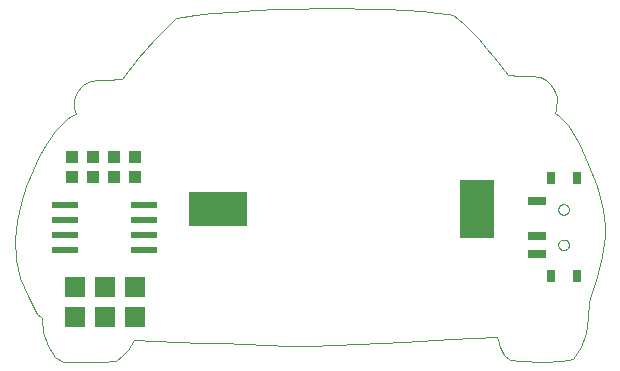
<source format=gbp>
G75*
%MOIN*%
%OFA0B0*%
%FSLAX25Y25*%
%IPPOS*%
%LPD*%
%AMOC8*
5,1,8,0,0,1.08239X$1,22.5*
%
%ADD10C,0.00000*%
%ADD11R,0.08700X0.02400*%
%ADD12R,0.03150X0.03937*%
%ADD13R,0.05906X0.02756*%
%ADD14R,0.19685X0.11811*%
%ADD15R,0.11811X0.19685*%
%ADD16R,0.07000X0.07000*%
%ADD17R,0.04331X0.03937*%
D10*
X0024901Y0013065D02*
X0022581Y0016812D01*
X0021081Y0021589D01*
X0020720Y0026220D01*
X0020294Y0026525D01*
X0019868Y0026830D01*
X0019442Y0027135D01*
X0019016Y0027440D01*
X0015942Y0033553D01*
X0013438Y0039476D01*
X0011861Y0045673D01*
X0011568Y0052611D01*
X0012237Y0058549D01*
X0013530Y0064412D01*
X0015349Y0070147D01*
X0017599Y0075703D01*
X0019728Y0080210D01*
X0022171Y0084588D01*
X0025051Y0088638D01*
X0028492Y0092160D01*
X0029227Y0092729D01*
X0030066Y0093288D01*
X0030991Y0093834D01*
X0031983Y0094365D01*
X0031738Y0095213D01*
X0031474Y0096345D01*
X0031306Y0097550D01*
X0031348Y0098617D01*
X0031810Y0100217D01*
X0032550Y0101743D01*
X0033551Y0103095D01*
X0034795Y0104171D01*
X0036975Y0105119D01*
X0039387Y0105485D01*
X0041898Y0105576D01*
X0044372Y0105703D01*
X0045073Y0105761D01*
X0045870Y0105807D01*
X0046682Y0105842D01*
X0047430Y0105867D01*
X0052749Y0112749D01*
X0055475Y0115999D01*
X0058100Y0118978D01*
X0060514Y0121582D01*
X0062606Y0123704D01*
X0064268Y0125238D01*
X0065389Y0126078D01*
X0067571Y0126663D01*
X0071730Y0127238D01*
X0077412Y0127786D01*
X0084161Y0128286D01*
X0091521Y0128721D01*
X0099036Y0129072D01*
X0106252Y0129320D01*
X0112711Y0129447D01*
X0113066Y0129450D01*
X0113424Y0129454D01*
X0113788Y0129456D01*
X0114155Y0129458D01*
X0114527Y0129459D01*
X0114902Y0129460D01*
X0115282Y0129461D01*
X0115665Y0129461D01*
X0115665Y0129461D01*
X0115665Y0129461D01*
X0121806Y0129414D01*
X0128424Y0129279D01*
X0135155Y0129065D01*
X0141632Y0128783D01*
X0147491Y0128441D01*
X0152366Y0128050D01*
X0155892Y0127619D01*
X0157705Y0127157D01*
X0159380Y0125971D01*
X0161420Y0124156D01*
X0163728Y0121838D01*
X0166209Y0119145D01*
X0168767Y0116204D01*
X0171305Y0113139D01*
X0175939Y0107149D01*
X0176703Y0107124D01*
X0177559Y0107089D01*
X0178410Y0107041D01*
X0179159Y0106980D01*
X0181633Y0106853D01*
X0184144Y0106761D01*
X0186556Y0106396D01*
X0188736Y0105448D01*
X0189975Y0104371D01*
X0190967Y0103017D01*
X0191705Y0101490D01*
X0192183Y0099893D01*
X0192270Y0098549D01*
X0192110Y0097022D01*
X0191832Y0095580D01*
X0191564Y0094491D01*
X0192908Y0093558D01*
X0194109Y0092589D01*
X0195128Y0091603D01*
X0195925Y0090615D01*
X0199546Y0084554D01*
X0202811Y0077589D01*
X0205552Y0070139D01*
X0207602Y0062629D01*
X0208096Y0059747D01*
X0208326Y0056820D01*
X0208319Y0053881D01*
X0208103Y0050958D01*
X0207010Y0045148D01*
X0205298Y0038820D01*
X0203721Y0033732D01*
X0203028Y0031645D01*
X0202588Y0026276D01*
X0201887Y0021148D01*
X0200389Y0016523D01*
X0197555Y0012665D01*
X0193937Y0011933D01*
X0187197Y0011640D01*
X0180382Y0011765D01*
X0176542Y0012287D01*
X0174806Y0014049D01*
X0173476Y0016594D01*
X0172624Y0018883D01*
X0172324Y0019877D01*
X0156821Y0019099D01*
X0141317Y0018321D01*
X0133566Y0017932D01*
X0125814Y0017543D01*
X0118062Y0017154D01*
X0110311Y0016765D01*
X0102948Y0017022D01*
X0095585Y0017278D01*
X0088222Y0017534D01*
X0080859Y0017790D01*
X0073496Y0018047D01*
X0066133Y0018303D01*
X0051407Y0018816D01*
X0050336Y0017159D01*
X0049234Y0015497D01*
X0047716Y0013744D01*
X0045398Y0011816D01*
X0039886Y0011660D01*
X0035667Y0011551D01*
X0031894Y0011502D01*
X0027722Y0011527D01*
X0024901Y0013065D01*
X0192728Y0050594D02*
X0192730Y0050678D01*
X0192736Y0050761D01*
X0192746Y0050844D01*
X0192760Y0050927D01*
X0192777Y0051009D01*
X0192799Y0051090D01*
X0192824Y0051169D01*
X0192853Y0051248D01*
X0192886Y0051325D01*
X0192922Y0051400D01*
X0192962Y0051474D01*
X0193005Y0051546D01*
X0193052Y0051615D01*
X0193102Y0051682D01*
X0193155Y0051747D01*
X0193211Y0051809D01*
X0193269Y0051869D01*
X0193331Y0051926D01*
X0193395Y0051979D01*
X0193462Y0052030D01*
X0193531Y0052077D01*
X0193602Y0052122D01*
X0193675Y0052162D01*
X0193750Y0052199D01*
X0193827Y0052233D01*
X0193905Y0052263D01*
X0193984Y0052289D01*
X0194065Y0052312D01*
X0194147Y0052330D01*
X0194229Y0052345D01*
X0194312Y0052356D01*
X0194395Y0052363D01*
X0194479Y0052366D01*
X0194563Y0052365D01*
X0194646Y0052360D01*
X0194730Y0052351D01*
X0194812Y0052338D01*
X0194894Y0052322D01*
X0194975Y0052301D01*
X0195056Y0052277D01*
X0195134Y0052249D01*
X0195212Y0052217D01*
X0195288Y0052181D01*
X0195362Y0052142D01*
X0195434Y0052100D01*
X0195504Y0052054D01*
X0195572Y0052005D01*
X0195637Y0051953D01*
X0195700Y0051898D01*
X0195760Y0051840D01*
X0195818Y0051779D01*
X0195872Y0051715D01*
X0195924Y0051649D01*
X0195972Y0051581D01*
X0196017Y0051510D01*
X0196058Y0051437D01*
X0196097Y0051363D01*
X0196131Y0051287D01*
X0196162Y0051209D01*
X0196189Y0051130D01*
X0196213Y0051049D01*
X0196232Y0050968D01*
X0196248Y0050886D01*
X0196260Y0050803D01*
X0196268Y0050719D01*
X0196272Y0050636D01*
X0196272Y0050552D01*
X0196268Y0050469D01*
X0196260Y0050385D01*
X0196248Y0050302D01*
X0196232Y0050220D01*
X0196213Y0050139D01*
X0196189Y0050058D01*
X0196162Y0049979D01*
X0196131Y0049901D01*
X0196097Y0049825D01*
X0196058Y0049751D01*
X0196017Y0049678D01*
X0195972Y0049607D01*
X0195924Y0049539D01*
X0195872Y0049473D01*
X0195818Y0049409D01*
X0195760Y0049348D01*
X0195700Y0049290D01*
X0195637Y0049235D01*
X0195572Y0049183D01*
X0195504Y0049134D01*
X0195434Y0049088D01*
X0195362Y0049046D01*
X0195288Y0049007D01*
X0195212Y0048971D01*
X0195134Y0048939D01*
X0195056Y0048911D01*
X0194975Y0048887D01*
X0194894Y0048866D01*
X0194812Y0048850D01*
X0194730Y0048837D01*
X0194646Y0048828D01*
X0194563Y0048823D01*
X0194479Y0048822D01*
X0194395Y0048825D01*
X0194312Y0048832D01*
X0194229Y0048843D01*
X0194147Y0048858D01*
X0194065Y0048876D01*
X0193984Y0048899D01*
X0193905Y0048925D01*
X0193827Y0048955D01*
X0193750Y0048989D01*
X0193675Y0049026D01*
X0193602Y0049066D01*
X0193531Y0049111D01*
X0193462Y0049158D01*
X0193395Y0049209D01*
X0193331Y0049262D01*
X0193269Y0049319D01*
X0193211Y0049379D01*
X0193155Y0049441D01*
X0193102Y0049506D01*
X0193052Y0049573D01*
X0193005Y0049642D01*
X0192962Y0049714D01*
X0192922Y0049788D01*
X0192886Y0049863D01*
X0192853Y0049940D01*
X0192824Y0050019D01*
X0192799Y0050098D01*
X0192777Y0050179D01*
X0192760Y0050261D01*
X0192746Y0050344D01*
X0192736Y0050427D01*
X0192730Y0050510D01*
X0192728Y0050594D01*
X0192728Y0062406D02*
X0192730Y0062490D01*
X0192736Y0062573D01*
X0192746Y0062656D01*
X0192760Y0062739D01*
X0192777Y0062821D01*
X0192799Y0062902D01*
X0192824Y0062981D01*
X0192853Y0063060D01*
X0192886Y0063137D01*
X0192922Y0063212D01*
X0192962Y0063286D01*
X0193005Y0063358D01*
X0193052Y0063427D01*
X0193102Y0063494D01*
X0193155Y0063559D01*
X0193211Y0063621D01*
X0193269Y0063681D01*
X0193331Y0063738D01*
X0193395Y0063791D01*
X0193462Y0063842D01*
X0193531Y0063889D01*
X0193602Y0063934D01*
X0193675Y0063974D01*
X0193750Y0064011D01*
X0193827Y0064045D01*
X0193905Y0064075D01*
X0193984Y0064101D01*
X0194065Y0064124D01*
X0194147Y0064142D01*
X0194229Y0064157D01*
X0194312Y0064168D01*
X0194395Y0064175D01*
X0194479Y0064178D01*
X0194563Y0064177D01*
X0194646Y0064172D01*
X0194730Y0064163D01*
X0194812Y0064150D01*
X0194894Y0064134D01*
X0194975Y0064113D01*
X0195056Y0064089D01*
X0195134Y0064061D01*
X0195212Y0064029D01*
X0195288Y0063993D01*
X0195362Y0063954D01*
X0195434Y0063912D01*
X0195504Y0063866D01*
X0195572Y0063817D01*
X0195637Y0063765D01*
X0195700Y0063710D01*
X0195760Y0063652D01*
X0195818Y0063591D01*
X0195872Y0063527D01*
X0195924Y0063461D01*
X0195972Y0063393D01*
X0196017Y0063322D01*
X0196058Y0063249D01*
X0196097Y0063175D01*
X0196131Y0063099D01*
X0196162Y0063021D01*
X0196189Y0062942D01*
X0196213Y0062861D01*
X0196232Y0062780D01*
X0196248Y0062698D01*
X0196260Y0062615D01*
X0196268Y0062531D01*
X0196272Y0062448D01*
X0196272Y0062364D01*
X0196268Y0062281D01*
X0196260Y0062197D01*
X0196248Y0062114D01*
X0196232Y0062032D01*
X0196213Y0061951D01*
X0196189Y0061870D01*
X0196162Y0061791D01*
X0196131Y0061713D01*
X0196097Y0061637D01*
X0196058Y0061563D01*
X0196017Y0061490D01*
X0195972Y0061419D01*
X0195924Y0061351D01*
X0195872Y0061285D01*
X0195818Y0061221D01*
X0195760Y0061160D01*
X0195700Y0061102D01*
X0195637Y0061047D01*
X0195572Y0060995D01*
X0195504Y0060946D01*
X0195434Y0060900D01*
X0195362Y0060858D01*
X0195288Y0060819D01*
X0195212Y0060783D01*
X0195134Y0060751D01*
X0195056Y0060723D01*
X0194975Y0060699D01*
X0194894Y0060678D01*
X0194812Y0060662D01*
X0194730Y0060649D01*
X0194646Y0060640D01*
X0194563Y0060635D01*
X0194479Y0060634D01*
X0194395Y0060637D01*
X0194312Y0060644D01*
X0194229Y0060655D01*
X0194147Y0060670D01*
X0194065Y0060688D01*
X0193984Y0060711D01*
X0193905Y0060737D01*
X0193827Y0060767D01*
X0193750Y0060801D01*
X0193675Y0060838D01*
X0193602Y0060878D01*
X0193531Y0060923D01*
X0193462Y0060970D01*
X0193395Y0061021D01*
X0193331Y0061074D01*
X0193269Y0061131D01*
X0193211Y0061191D01*
X0193155Y0061253D01*
X0193102Y0061318D01*
X0193052Y0061385D01*
X0193005Y0061454D01*
X0192962Y0061526D01*
X0192922Y0061600D01*
X0192886Y0061675D01*
X0192853Y0061752D01*
X0192824Y0061831D01*
X0192799Y0061910D01*
X0192777Y0061991D01*
X0192760Y0062073D01*
X0192746Y0062156D01*
X0192736Y0062239D01*
X0192730Y0062322D01*
X0192728Y0062406D01*
D11*
X0054800Y0064000D03*
X0054800Y0059000D03*
X0054800Y0054000D03*
X0054800Y0049000D03*
X0028300Y0049000D03*
X0028300Y0054000D03*
X0028300Y0059000D03*
X0028300Y0064000D03*
D12*
X0190169Y0072839D03*
X0198831Y0072839D03*
X0198831Y0040161D03*
X0190169Y0040161D03*
D13*
X0185642Y0047642D03*
X0185642Y0053547D03*
X0185642Y0065358D03*
D14*
X0079193Y0062500D03*
D15*
X0165807Y0062500D03*
D16*
X0051500Y0036500D03*
X0041500Y0036500D03*
X0031500Y0036500D03*
X0031500Y0026500D03*
X0041500Y0026500D03*
X0051500Y0026500D03*
D17*
X0051500Y0073154D03*
X0051500Y0079846D03*
X0044500Y0079846D03*
X0037500Y0079846D03*
X0030500Y0079846D03*
X0030500Y0073154D03*
X0037500Y0073154D03*
X0044500Y0073154D03*
M02*

</source>
